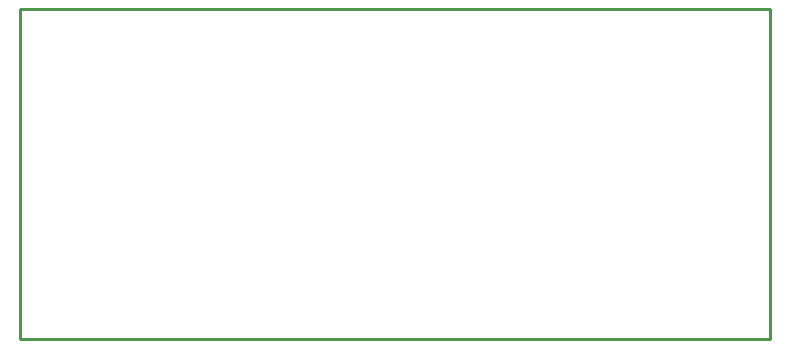
<source format=gbr>
G04 EAGLE Gerber RS-274X export*
G75*
%MOMM*%
%FSLAX34Y34*%
%LPD*%
%IN*%
%IPPOS*%
%AMOC8*
5,1,8,0,0,1.08239X$1,22.5*%
G01*
G04 Define Apertures*
%ADD10C,0.254000*%
D10*
X0Y0D02*
X635000Y0D01*
X635000Y279400D01*
X0Y279400D01*
X0Y0D01*
M02*

</source>
